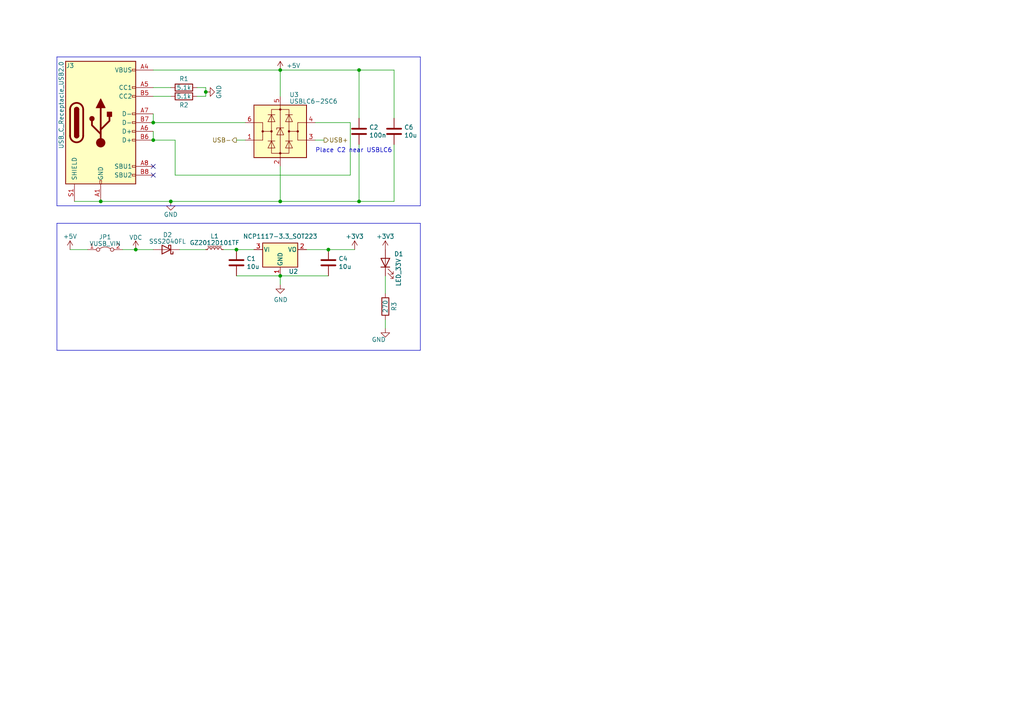
<source format=kicad_sch>
(kicad_sch (version 20230121) (generator eeschema)
  (paper "A4")
  (lib_symbols
    (symbol "Device:C" (pin_numbers hide) (pin_names (offset 0.254))
      (property "Reference" "C" (at 0.635 2.54 0))
      (property "Value" "C" (at 0.635 -2.54 0))
      (symbol "C_0_1"
        (polyline (pts (xy -2.032 -0.762) (xy 2.032 -0.762)) (stroke (width 0.508)))
        (polyline (pts (xy -2.032 0.762) (xy 2.032 0.762)) (stroke (width 0.508)))
      )
      (symbol "C_1_1"
        (pin passive line (at 0 3.81 270) (length 2.794) (name "~") (number "1"))
        (pin passive line (at 0 -3.81 90) (length 2.794) (name "~") (number "2"))
      )
    )
    (symbol "Device:D_Schottky" (pin_numbers hide) (pin_names (offset 1.016) hide)
      (property "Reference" "D" (at 0 2.54 0))
      (property "Value" "D_Schottky" (at 0 -2.54 0))
      (symbol "D_Schottky_0_1"
        (polyline (pts (xy 1.27 0) (xy -1.27 0)))
        (polyline (pts (xy 1.27 1.27) (xy 1.27 -1.27) (xy -1.27 0) (xy 1.27 1.27)) (stroke (width 0.254)))
        (polyline (pts (xy -1.905 0.635) (xy -1.905 1.27) (xy -1.27 1.27) (xy -1.27 -1.27) (xy -0.635 -1.27) (xy -0.635 -0.635)) (stroke (width 0.254)))
      )
      (symbol "D_Schottky_1_1"
        (pin passive line (at -3.81 0 0) (length 2.54) (name "K") (number "1"))
        (pin passive line (at 3.81 0 180) (length 2.54) (name "A") (number "2"))
      )
    )
    (symbol "Device:LED" (pin_numbers hide) (pin_names (offset 1.016) hide)
      (property "Reference" "D" (at 0 2.54 0))
      (property "Value" "LED" (at 0 -2.54 0))
      (symbol "LED_0_1"
        (polyline (pts (xy -1.27 -1.27) (xy -1.27 1.27)) (stroke (width 0.254)))
        (polyline (pts (xy -1.27 0) (xy 1.27 0)))
        (polyline (pts (xy 1.27 -1.27) (xy 1.27 1.27) (xy -1.27 0) (xy 1.27 -1.27)) (stroke (width 0.254)))
        (polyline (pts (xy -3.048 -0.762) (xy -4.572 -2.286) (xy -3.81 -2.286) (xy -4.572 -2.286) (xy -4.572 -1.524)))
        (polyline (pts (xy -1.778 -0.762) (xy -3.302 -2.286) (xy -2.54 -2.286) (xy -3.302 -2.286) (xy -3.302 -1.524)))
      )
      (symbol "LED_1_1"
        (pin passive line (at -3.81 0 0) (length 2.54) (name "K") (number "1"))
        (pin passive line (at 3.81 0 180) (length 2.54) (name "A") (number "2"))
      )
    )
    (symbol "Device:L_Ferrite_Small" (pin_numbers hide) (pin_names (offset 0.254) hide)
      (property "Reference" "L" (at 1.27 1.016 0))
      (property "Value" "L_Ferrite_Small" (at 1.27 -1.27 0))
      (symbol "L_Ferrite_Small_0_1"
        (arc (start 0 -2.032) (mid 0.5058 -1.524) (end 0 -1.016))
        (arc (start 0 -1.016) (mid 0.5058 -0.508) (end 0 0))
        (polyline (pts (xy 0.762 -1.905) (xy 0.762 -1.651)))
        (polyline (pts (xy 0.762 -1.397) (xy 0.762 -1.143)))
        (polyline (pts (xy 0.762 -0.889) (xy 0.762 -0.635)))
        (polyline (pts (xy 0.762 -0.381) (xy 0.762 -0.127)))
        (polyline (pts (xy 0.762 0.127) (xy 0.762 0.381)))
        (polyline (pts (xy 0.762 0.635) (xy 0.762 0.889)))
        (polyline (pts (xy 0.762 1.143) (xy 0.762 1.397)))
        (polyline (pts (xy 0.762 1.651) (xy 0.762 1.905)))
        (polyline (pts (xy 1.016 -1.651) (xy 1.016 -1.905)))
        (polyline (pts (xy 1.016 -1.143) (xy 1.016 -1.397)))
        (polyline (pts (xy 1.016 -0.635) (xy 1.016 -0.889)))
        (polyline (pts (xy 1.016 -0.127) (xy 1.016 -0.381)))
        (polyline (pts (xy 1.016 0.381) (xy 1.016 0.127)))
        (polyline (pts (xy 1.016 0.889) (xy 1.016 0.635)))
        (polyline (pts (xy 1.016 1.397) (xy 1.016 1.143)))
        (polyline (pts (xy 1.016 1.905) (xy 1.016 1.651)))
        (arc (start 0 0) (mid 0.5058 0.508) (end 0 1.016))
        (arc (start 0 1.016) (mid 0.5058 1.524) (end 0 2.032))
      )
      (symbol "L_Ferrite_Small_1_1"
        (pin passive line (at 0 2.54 270) (length 0.508) (name "~") (number "1"))
        (pin passive line (at 0 -2.54 90) (length 0.508) (name "~") (number "2"))
      )
    )
    (symbol "Device:R" (pin_numbers hide) (pin_names (offset 0))
      (property "Reference" "R" (at 2.032 0 90))
      (property "Value" "R" (at 0 0 90))
      (symbol "R_0_1"
        (rectangle (start -1.016 -2.54) (end 1.016 2.54) (stroke (width 0.254)))
      )
      (symbol "R_1_1"
        (pin passive line (at 0 3.81 270) (length 1.27) (name "~") (number "1"))
        (pin passive line (at 0 -3.81 90) (length 1.27) (name "~") (number "2"))
      )
    )
    (symbol "IO_Board_V1-rescue:USB_C_Receptacle_USB2.0-Connector" (pin_names (offset 1.016))
      (property "Reference" "J" (at -10.16 19.05 0))
      (property "Value" "USB_C_Receptacle_USB2.0-Connector" (at 19.05 19.05 0))
      (symbol "USB_C_Receptacle_USB2.0-Connector_0_0"
        (rectangle (start -0.254 -17.78) (end 0.254 -16.764))
        (rectangle (start 10.16 -14.986) (end 9.144 -15.494))
        (rectangle (start 10.16 -12.446) (end 9.144 -12.954))
        (rectangle (start 10.16 -4.826) (end 9.144 -5.334))
        (rectangle (start 10.16 -2.286) (end 9.144 -2.794))
        (rectangle (start 10.16 0.254) (end 9.144 -0.254))
        (rectangle (start 10.16 2.794) (end 9.144 2.286))
        (rectangle (start 10.16 7.874) (end 9.144 7.366))
        (rectangle (start 10.16 10.414) (end 9.144 9.906))
        (rectangle (start 10.16 15.494) (end 9.144 14.986))
      )
      (symbol "USB_C_Receptacle_USB2.0-Connector_0_1"
        (rectangle (start -10.16 17.78) (end 10.16 -17.78) (stroke (width 0.254)) (fill (type background)))
        (arc (start -8.89 -3.81) (mid -6.985 -5.7067) (end -5.08 -3.81) (stroke (width 0.508)))
        (arc (start -7.62 -3.81) (mid -6.985 -4.4423) (end -6.35 -3.81) (stroke (width 0.254)))
        (arc (start -7.62 -3.81) (mid -6.985 -4.4423) (end -6.35 -3.81) (stroke (width 0.254)) (fill (type outline)))
        (rectangle (start -7.62 -3.81) (end -6.35 3.81) (stroke (width 0.254)) (fill (type outline)))
        (arc (start -6.35 3.81) (mid -6.985 4.4423) (end -7.62 3.81) (stroke (width 0.254)))
        (arc (start -6.35 3.81) (mid -6.985 4.4423) (end -7.62 3.81) (stroke (width 0.254)) (fill (type outline)))
        (arc (start -5.08 3.81) (mid -6.985 5.7067) (end -8.89 3.81) (stroke (width 0.508)))
        (circle (center -2.54 1.143) (radius 0.635) (stroke (width 0.254)) (fill (type outline)))
        (circle (center 0 -5.842) (radius 1.27) (fill (type outline)))
        (polyline (pts (xy -8.89 -3.81) (xy -8.89 3.81)) (stroke (width 0.508)))
        (polyline (pts (xy -5.08 3.81) (xy -5.08 -3.81)) (stroke (width 0.508)))
        (polyline (pts (xy 0 -5.842) (xy 0 4.318)) (stroke (width 0.508)))
        (polyline (pts (xy 0 -3.302) (xy -2.54 -0.762) (xy -2.54 0.508)) (stroke (width 0.508)))
        (polyline (pts (xy 0 -2.032) (xy 2.54 0.508) (xy 2.54 1.778)) (stroke (width 0.508)))
        (polyline (pts (xy -1.27 4.318) (xy 0 6.858) (xy 1.27 4.318) (xy -1.27 4.318)) (stroke (width 0.254)) (fill (type outline)))
        (rectangle (start 1.905 1.778) (end 3.175 3.048) (stroke (width 0.254)) (fill (type outline)))
      )
      (symbol "USB_C_Receptacle_USB2.0-Connector_1_1"
        (pin passive line (at 0 -22.86 90) (length 5.08) (name "GND") (number "A1"))
        (pin passive line (at 0 -22.86 90) (length 5.08) hide (name "GND") (number "A12"))
        (pin passive line (at 15.24 15.24 180) (length 5.08) (name "VBUS") (number "A4"))
        (pin bidirectional line (at 15.24 10.16 180) (length 5.08) (name "CC1") (number "A5"))
        (pin bidirectional line (at 15.24 -2.54 180) (length 5.08) (name "D+") (number "A6"))
        (pin bidirectional line (at 15.24 2.54 180) (length 5.08) (name "D-") (number "A7"))
        (pin bidirectional line (at 15.24 -12.7 180) (length 5.08) (name "SBU1") (number "A8"))
        (pin passive line (at 15.24 15.24 180) (length 5.08) hide (name "VBUS") (number "A9"))
        (pin passive line (at 0 -22.86 90) (length 5.08) hide (name "GND") (number "B1"))
        (pin passive line (at 0 -22.86 90) (length 5.08) hide (name "GND") (number "B12"))
        (pin passive line (at 15.24 15.24 180) (length 5.08) hide (name "VBUS") (number "B4"))
        (pin bidirectional line (at 15.24 7.62 180) (length 5.08) (name "CC2") (number "B5"))
        (pin bidirectional line (at 15.24 -5.08 180) (length 5.08) (name "D+") (number "B6"))
        (pin bidirectional line (at 15.24 0 180) (length 5.08) (name "D-") (number "B7"))
        (pin bidirectional line (at 15.24 -15.24 180) (length 5.08) (name "SBU2") (number "B8"))
        (pin passive line (at 15.24 15.24 180) (length 5.08) hide (name "VBUS") (number "B9"))
        (pin passive line (at -7.62 -22.86 90) (length 5.08) (name "SHIELD") (number "S1"))
      )
    )
    (symbol "Jumper:Jumper_2_Bridged" (pin_names (offset 0) hide)
      (property "Reference" "JP" (at 0 1.905 0))
      (property "Value" "Jumper_2_Bridged" (at 0 -2.54 0))
      (symbol "Jumper_2_Bridged_0_0"
        (circle (center -2.032 0) (radius 0.508))
        (circle (center 2.032 0) (radius 0.508))
      )
      (symbol "Jumper_2_Bridged_0_1"
        (arc (start 1.524 0.254) (mid 0 0.762) (end -1.524 0.254))
      )
      (symbol "Jumper_2_Bridged_1_1"
        (pin passive line (at -5.08 0 0) (length 2.54) (name "A") (number "1"))
        (pin passive line (at 5.08 0 180) (length 2.54) (name "B") (number "2"))
      )
    )
    (symbol "Power_Protection:USBLC6-2SC6" (pin_names hide)
      (property "Reference" "U" (at 2.54 8.89 0))
      (property "Value" "USBLC6-2SC6" (at 2.54 -8.89 0))
      (symbol "USBLC6-2SC6_0_1"
        (rectangle (start -7.62 -7.62) (end 7.62 7.62) (stroke (width 0.254)) (fill (type background)))
        (circle (center -5.08 0) (radius 0.254) (fill (type outline)))
        (circle (center -2.54 0) (radius 0.254) (fill (type outline)))
        (rectangle (start -2.54 6.35) (end 2.54 -6.35))
        (circle (center 0 -6.35) (radius 0.254) (fill (type outline)))
        (polyline (pts (xy -5.08 -2.54) (xy -7.62 -2.54)))
        (polyline (pts (xy -5.08 0) (xy -5.08 -2.54)))
        (polyline (pts (xy -5.08 2.54) (xy -7.62 2.54)))
        (polyline (pts (xy -1.524 -2.794) (xy -3.556 -2.794)))
        (polyline (pts (xy -1.524 4.826) (xy -3.556 4.826)))
        (polyline (pts (xy 0 -7.62) (xy 0 -6.35)))
        (polyline (pts (xy 0 -6.35) (xy 0 1.27)))
        (polyline (pts (xy 0 1.27) (xy 0 6.35)))
        (polyline (pts (xy 0 6.35) (xy 0 7.62)))
        (polyline (pts (xy 1.524 -2.794) (xy 3.556 -2.794)))
        (polyline (pts (xy 1.524 4.826) (xy 3.556 4.826)))
        (polyline (pts (xy 5.08 -2.54) (xy 7.62 -2.54)))
        (polyline (pts (xy 5.08 0) (xy 5.08 -2.54)))
        (polyline (pts (xy 5.08 2.54) (xy 7.62 2.54)))
        (polyline (pts (xy -2.54 0) (xy -5.08 0) (xy -5.08 2.54)))
        (polyline (pts (xy 2.54 0) (xy 5.08 0) (xy 5.08 2.54)))
        (polyline (pts (xy -3.556 -4.826) (xy -1.524 -4.826) (xy -2.54 -2.794) (xy -3.556 -4.826)))
        (polyline (pts (xy -3.556 2.794) (xy -1.524 2.794) (xy -2.54 4.826) (xy -3.556 2.794)))
        (polyline (pts (xy -1.016 -1.016) (xy 1.016 -1.016) (xy 0 1.016) (xy -1.016 -1.016)))
        (polyline (pts (xy 1.016 1.016) (xy 0.762 1.016) (xy -1.016 1.016) (xy -1.016 0.508)))
        (polyline (pts (xy 3.556 -4.826) (xy 1.524 -4.826) (xy 2.54 -2.794) (xy 3.556 -4.826)))
        (polyline (pts (xy 3.556 2.794) (xy 1.524 2.794) (xy 2.54 4.826) (xy 3.556 2.794)))
        (circle (center 0 6.35) (radius 0.254) (fill (type outline)))
        (circle (center 2.54 0) (radius 0.254) (fill (type outline)))
        (circle (center 5.08 0) (radius 0.254) (fill (type outline)))
      )
      (symbol "USBLC6-2SC6_1_1"
        (pin passive line (at -10.16 -2.54 0) (length 2.54) (name "I/O1") (number "1"))
        (pin passive line (at 0 -10.16 90) (length 2.54) (name "GND") (number "2"))
        (pin passive line (at 10.16 -2.54 180) (length 2.54) (name "I/O2") (number "3"))
        (pin passive line (at 10.16 2.54 180) (length 2.54) (name "I/O2") (number "4"))
        (pin passive line (at 0 10.16 270) (length 2.54) (name "VBUS") (number "5"))
        (pin passive line (at -10.16 2.54 0) (length 2.54) (name "I/O1") (number "6"))
      )
    )
    (symbol "Regulator_Linear:NCP1117-3.3_SOT223" (pin_names (offset 0.254))
      (property "Reference" "U" (at -3.81 3.175 0))
      (property "Value" "NCP1117-3.3_SOT223" (at 0 3.175 0))
      (symbol "NCP1117-3.3_SOT223_0_1"
        (rectangle (start -5.08 -5.08) (end 5.08 1.905) (stroke (width 0.254)) (fill (type background)))
      )
      (symbol "NCP1117-3.3_SOT223_1_1"
        (pin power_in line (at 0 -7.62 90) (length 2.54) (name "GND") (number "1"))
        (pin power_out line (at 7.62 0 180) (length 2.54) (name "VO") (number "2"))
        (pin power_in line (at -7.62 0 0) (length 2.54) (name "VI") (number "3"))
      )
    )
    (symbol "power:+3.3V" (power) (pin_names (offset 0))
      (property "Value" "+3.3V" (at 0 3.556 0))
      (symbol "+3.3V_0_1"
        (polyline (pts (xy -0.762 1.27) (xy 0 2.54)))
        (polyline (pts (xy 0 0) (xy 0 2.54)))
        (polyline (pts (xy 0 2.54) (xy 0.762 1.27)))
      )
      (symbol "+3.3V_1_1"
        (pin power_in line (at 0 0 90) (length 0) hide (name "+3V3") (number "1"))
      )
    )
    (symbol "power:+5V" (power) (pin_names (offset 0))
      (property "Value" "+5V" (at 0 3.556 0))
      (symbol "+5V_0_1"
        (polyline (pts (xy -0.762 1.27) (xy 0 2.54)))
        (polyline (pts (xy 0 0) (xy 0 2.54)))
        (polyline (pts (xy 0 2.54) (xy 0.762 1.27)))
      )
      (symbol "+5V_1_1"
        (pin power_in line (at 0 0 90) (length 0) hide (name "+5V") (number "1"))
      )
    )
    (symbol "power:GND" (power) (pin_names (offset 0))
      (property "Value" "GND" (at 0 -3.81 0))
      (symbol "GND_0_1"
        (polyline (pts (xy 0 0) (xy 0 -1.27) (xy 1.27 -1.27) (xy 0 -2.54) (xy -1.27 -1.27) (xy 0 -1.27)))
      )
      (symbol "GND_1_1"
        (pin power_in line (at 0 0 270) (length 0) hide (name "GND") (number "1"))
      )
    )
    (symbol "power:VDC" (power) (pin_names (offset 0))
      (property "Value" "VDC" (at 0 6.35 0))
      (symbol "VDC_0_1"
        (polyline (pts (xy -0.762 1.27) (xy 0 2.54)))
        (polyline (pts (xy 0 0) (xy 0 2.54)))
        (polyline (pts (xy 0 2.54) (xy 0.762 1.27)))
      )
      (symbol "VDC_1_1"
        (pin power_in line (at 0 0 90) (length 0) hide (name "VDC") (number "1"))
      )
    )
  )
  (junction (at 104.14 20.32))
  (junction (at 95.25 72.39))
  (junction (at 81.28 58.42))
  (junction (at 104.14 58.42))
  (junction (at 44.45 35.56))
  (junction (at 81.28 20.32))
  (junction (at 68.58 72.39))
  (junction (at 29.21 58.42))
  (junction (at 44.45 40.64))
  (junction (at 49.53 58.42))
  (junction (at 39.37 72.39))
  (junction (at 81.28 80.01))
  (junction (at 59.69 26.67))
  (no_connect (at 44.45 48.26))
  (no_connect (at 44.45 50.8))
  (wire (pts (xy 104.14 20.32) (xy 114.3 20.32)))
  (wire (pts (xy 35.56 72.39) (xy 39.37 72.39)))
  (wire (pts (xy 50.8 50.8) (xy 101.6 50.8)))
  (wire (pts (xy 81.28 58.42) (xy 104.14 58.42)))
  (wire (pts (xy 59.69 26.67) (xy 59.69 27.94)))
  (wire (pts (xy 44.45 35.56) (xy 71.12 35.56)))
  (wire (pts (xy 95.25 72.39) (xy 102.87 72.39)))
  (polyline (pts (xy 121.92 16.51) (xy 121.92 59.69)))
  (wire (pts (xy 50.8 40.64) (xy 44.45 40.64)))
  (wire (pts (xy 101.6 35.56) (xy 101.6 50.8)))
  (wire (pts (xy 81.28 80.01) (xy 81.28 82.55)))
  (wire (pts (xy 57.15 27.94) (xy 59.69 27.94)))
  (polyline (pts (xy 16.51 64.77) (xy 121.92 64.77)))
  (wire (pts (xy 81.28 20.32) (xy 104.14 20.32)))
  (wire (pts (xy 52.07 72.39) (xy 59.69 72.39)))
  (wire (pts (xy 50.8 50.8) (xy 50.8 40.64)))
  (wire (pts (xy 88.9 72.39) (xy 95.25 72.39)))
  (wire (pts (xy 93.98 40.64) (xy 91.44 40.64)))
  (wire (pts (xy 21.59 58.42) (xy 29.21 58.42)))
  (wire (pts (xy 95.25 80.01) (xy 81.28 80.01)))
  (wire (pts (xy 68.58 40.64) (xy 71.12 40.64)))
  (polyline (pts (xy 121.92 101.6) (xy 16.51 101.6)))
  (wire (pts (xy 59.69 25.4) (xy 59.69 26.67)))
  (wire (pts (xy 111.76 92.71) (xy 111.76 95.25)))
  (wire (pts (xy 49.53 58.42) (xy 81.28 58.42)))
  (wire (pts (xy 81.28 20.32) (xy 81.28 27.94)))
  (wire (pts (xy 81.28 80.01) (xy 68.58 80.01)))
  (wire (pts (xy 44.45 35.56) (xy 44.45 33.02)))
  (wire (pts (xy 104.14 34.29) (xy 104.14 20.32)))
  (wire (pts (xy 104.14 41.91) (xy 104.14 58.42)))
  (wire (pts (xy 39.37 72.39) (xy 44.45 72.39)))
  (polyline (pts (xy 121.92 59.69) (xy 16.51 59.69)))
  (wire (pts (xy 91.44 35.56) (xy 101.6 35.56)))
  (wire (pts (xy 20.32 72.39) (xy 25.4 72.39)))
  (wire (pts (xy 104.14 58.42) (xy 114.3 58.42)))
  (polyline (pts (xy 16.51 16.51) (xy 16.51 59.69)))
  (wire (pts (xy 114.3 58.42) (xy 114.3 41.91)))
  (polyline (pts (xy 121.92 64.77) (xy 121.92 101.6)))
  (wire (pts (xy 44.45 25.4) (xy 49.53 25.4)))
  (wire (pts (xy 111.76 80.01) (xy 111.76 85.09)))
  (wire (pts (xy 81.28 48.26) (xy 81.28 58.42)))
  (wire (pts (xy 64.77 72.39) (xy 68.58 72.39)))
  (wire (pts (xy 44.45 38.1) (xy 44.45 40.64)))
  (wire (pts (xy 68.58 72.39) (xy 73.66 72.39)))
  (polyline (pts (xy 16.51 16.51) (xy 121.92 16.51)))
  (wire (pts (xy 44.45 27.94) (xy 49.53 27.94)))
  (polyline (pts (xy 16.51 64.77) (xy 16.51 101.6)))
  (wire (pts (xy 29.21 58.42) (xy 49.53 58.42)))
  (wire (pts (xy 57.15 25.4) (xy 59.69 25.4)))
  (wire (pts (xy 44.45 20.32) (xy 81.28 20.32)))
  (wire (pts (xy 114.3 20.32) (xy 114.3 34.29)))
  (text "Place C2 near USBLC6" (at 91.44 44.45 0) (effects (font (size 1.27 1.27)) (justify left bottom)))
  (hierarchical_label "USB-" (shape output) (at 68.58 40.64 180))
  (hierarchical_label "USB+" (shape output) (at 93.98 40.64 0))
  (symbol (lib_id "Device:LED") (at 111.76 76.2 90) (unit 1)
    (property "Reference" "D1" (at 114.3 73.66 90) (effects (justify right)))
    (property "Value" "LED_33V" (at 115.57 74.93 0) (effects (justify right)))
    (property "Footprint" "LED_SMD:LED_0603_1608Metric" (effects hide))
    (instances (project "Roboty_rev1" (path "" (reference "D1") (unit 1))) (project "PCB_Lidar" (path "" (reference "D2") (unit 1))))
  )
  (symbol (lib_id "Device:R") (at 53.34 25.4 90) (unit 1)
    (property "Reference" "R1" (at 53.34 22.86 90))
    (property "Value" "5.1k" (at 53.34 25.4 90))
    (property "Footprint" "Resistor_SMD:R_0603_1608Metric" (effects hide))
  )
  (symbol (lib_id "Power_Protection:USBLC6-2SC6") (at 81.28 38.1 0) (unit 1)
    (property "Reference" "U3" (at 83.9217 27.4701 0) (effects (justify left)))
    (property "Value" "USBLC6-2SC6" (at 83.9217 29.3911 0) (effects (justify left)))
    (property "Footprint" "Package_TO_SOT_SMD:SOT-23-6" (effects hide))
    (property "Datasheet" "https://www.st.com/resource/en/datasheet/usblc6-2.pdf" (effects hide))
  )
  (symbol (lib_id "power:+5V") (at 81.28 20.32 0) (unit 1)
    (property "Reference" "#PWR09" (effects hide))
    (property "Value" "+5V" (at 85.09 19.05 0))
    (instances (project "Roboty_rev1" (path "" (reference "#PWR09") (unit 1))) (project "PCB_Lidar" (path "" (reference "#PWR018") (unit 1))))
  )
  (symbol (lib_id "Device:C") (at 95.25 76.2 0) (unit 1)
    (property "Reference" "C4" (at 98.171 75.0316 0) (effects (justify left)))
    (property "Value" "10u" (at 98.171 77.343 0) (effects (justify left)))
    (property "Footprint" "Capacitor_SMD:C_0603_1608Metric" (effects hide))
  )
  (symbol (lib_id "power:GND") (at 111.76 95.25 0) (unit 1)
    (property "Reference" "#PWR08" (effects hide))
    (property "Value" "GND" (at 111.887 98.5012 0) (effects (justify right)))
    (instances (project "Roboty_rev1" (path "" (reference "#PWR08") (unit 1))) (project "PCB_Lidar" (path "" (reference "#PWR014") (unit 1))))
  )
  (symbol (lib_id "power:+5V") (at 20.32 72.39 0) (unit 1)
    (property "Reference" "#PWR01" (effects hide))
    (property "Value" "+5V" (at 20.32 68.58 0))
  )
  (symbol (lib_id "Jumper:Jumper_2_Bridged") (at 30.48 72.39 0) (unit 1)
    (property "Reference" "JP1" (at 30.48 68.7451 0))
    (property "Value" "VUSB_VIN" (at 30.48 70.6661 0))
    (property "Footprint" "Jumper:SolderJumper-2_P1.3mm_Bridged_RoundedPad1.0x1.5mm" (effects hide))
  )
  (symbol (lib_id "Device:C") (at 114.3 38.1 0) (unit 1)
    (property "Reference" "C6" (at 117.221 36.9316 0) (effects (justify left)))
    (property "Value" "10u" (at 117.221 39.243 0) (effects (justify left)))
    (property "Footprint" "Capacitor_SMD:C_0603_1608Metric" (effects hide))
  )
  (symbol (lib_id "power:GND") (at 81.28 82.55 0) (unit 1)
    (property "Reference" "#PWR04" (effects hide))
    (property "Value" "GND" (at 81.407 86.9442 0))
    (instances (project "Roboty_rev1" (path "" (reference "#PWR04") (unit 1))) (project "PCB_Lidar" (path "" (reference "#PWR06") (unit 1))))
  )
  (symbol (lib_id "power:+3.3V") (at 111.76 72.39 0) (unit 1)
    (property "Reference" "#PWR07" (effects hide))
    (property "Value" "+3.3V" (at 111.76 68.58 0))
    (instances (project "Roboty_rev1" (path "" (reference "#PWR07") (unit 1))) (project "PCB_Lidar" (path "" (reference "#PWR013") (unit 1))))
  )
  (symbol (lib_id "power:GND") (at 59.69 26.67 90) (unit 1)
    (property "Reference" "#PWR02" (effects hide))
    (property "Value" "GND" (at 63.5 26.67 0))
    (instances (project "Roboty_rev1" (path "" (reference "#PWR02") (unit 1))) (project "PCB_Lidar" (path "" (reference "#PWR09") (unit 1))))
  )
  (symbol (lib_id "power:+3.3V") (at 102.87 72.39 0) (unit 1)
    (property "Reference" "#PWR06" (effects hide))
    (property "Value" "+3.3V" (at 102.87 68.58 0))
    (instances (project "Roboty_rev1" (path "" (reference "#PWR06") (unit 1))) (project "PCB_Lidar" (path "" (reference "#PWR012") (unit 1))))
  )
  (symbol (lib_id "Device:L_Ferrite_Small") (at 62.23 72.39 90) (unit 1)
    (property "Reference" "L1" (at 62.23 68.4911 90))
    (property "Value" "GZ2012D101TF" (at 62.23 70.4121 90))
    (property "Footprint" "Inductor_SMD:L_0805_2012Metric" (effects hide))
  )
  (symbol (lib_id "Device:C") (at 68.58 76.2 0) (unit 1)
    (property "Reference" "C1" (at 71.501 75.0316 0) (effects (justify left)))
    (property "Value" "10u" (at 71.501 77.343 0) (effects (justify left)))
    (property "Footprint" "Capacitor_SMD:C_0603_1608Metric" (effects hide))
  )
  (symbol (lib_id "IO_Board_V1-rescue:USB_C_Receptacle_USB2.0-Connector") (at 29.21 35.56 0) (unit 1)
    (property "Reference" "J3" (at 20.32 19.05 0))
    (property "Value" "USB_C_Receptacle_USB2.0" (at 17.78 30.48 90))
    (property "Footprint" "Connector_USB:USB_C_Receptacle_GCT_USB4105-xx-A_16P_TopMnt_Horizontal" (effects hide))
    (property "Datasheet" "https://www.usb.org/sites/default/files/documents/usb_type-c.zip" (effects hide))
  )
  (symbol (lib_id "Device:R") (at 53.34 27.94 90) (unit 1)
    (property "Reference" "R2" (at 53.34 30.48 90))
    (property "Value" "5.1k" (at 53.34 27.94 90))
    (property "Footprint" "Resistor_SMD:R_0603_1608Metric" (effects hide))
  )
  (symbol (lib_id "power:GND") (at 49.53 58.42 0) (unit 1)
    (property "Reference" "#PWR05" (effects hide))
    (property "Value" "GND" (at 49.53 62.23 0))
    (instances (project "Roboty_rev1" (path "" (reference "#PWR05") (unit 1))) (project "PCB_Lidar" (path "" (reference "#PWR09") (unit 1))))
  )
  (symbol (lib_id "Regulator_Linear:NCP1117-3.3_SOT223") (at 81.28 72.39 0) (unit 1)
    (property "Reference" "U2" (at 85.09 78.74 0))
    (property "Value" "NCP1117-3.3_SOT223" (at 81.28 68.5546 0))
    (property "Footprint" "Package_TO_SOT_SMD:SOT-223-3_TabPin2" (effects hide))
    (property "Datasheet" "http://www.onsemi.com/pub_link/Collateral/NCP1117-D.PDF" (effects hide))
  )
  (symbol (lib_id "Device:R") (at 111.76 88.9 180) (unit 1)
    (property "Reference" "R3" (at 114.3 88.9 90))
    (property "Value" "270" (at 111.76 88.9 90))
    (property "Footprint" "Resistor_SMD:R_0603_1608Metric" (effects hide))
    (instances (project "Roboty_rev1" (path "" (reference "R3") (unit 1))) (project "PCB_Lidar" (path "" (reference "R6") (unit 1))))
  )
  (symbol (lib_id "Device:D_Schottky") (at 48.26 72.39 180) (unit 1)
    (property "Reference" "D2" (at 48.5775 68.1101 0))
    (property "Value" "SSS2040FL" (at 48.5775 70.0311 0))
    (property "Footprint" "Diode_SMD:D_SOD-123" (effects hide))
  )
  (symbol (lib_id "Device:C") (at 104.14 38.1 0) (unit 1)
    (property "Reference" "C2" (at 107.061 36.9316 0) (effects (justify left)))
    (property "Value" "100n" (at 107.061 39.243 0) (effects (justify left)))
    (property "Footprint" "Capacitor_SMD:C_0603_1608Metric" (effects hide))
    (instances (project "Roboty_rev1" (path "" (reference "C2") (unit 1))) (project "PCB_Lidar" (path "" (reference "C6") (unit 1))))
  )
  (symbol (lib_id "power:VDC") (at 39.37 72.39 0) (unit 1)
    (property "Reference" "#PWR030" (effects hide))
    (property "Value" "VDC" (at 39.37 68.8881 0))
  )
)
</source>
